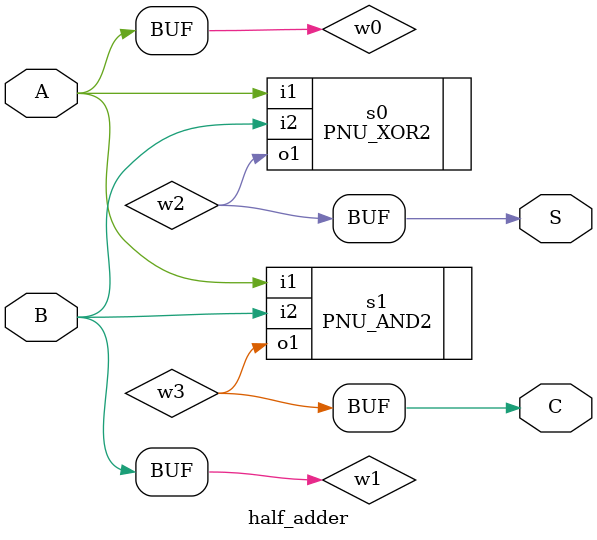
<source format=v>
module half_adder(A,B,S,C);

input A;
input B;
output S;
output C;

wire  w0;
wire  w1;
wire  w2;
wire  w3;

assign w0 = A;
assign w1 = B;
assign S = w2;
assign C = w3;

PNU_XOR2
     s0 (
      .i1(w0),
      .i2(w1),
      .o1(w2));

PNU_AND2
     s1 (
      .i1(w0),
      .i2(w1),
      .o1(w3));

endmodule


</source>
